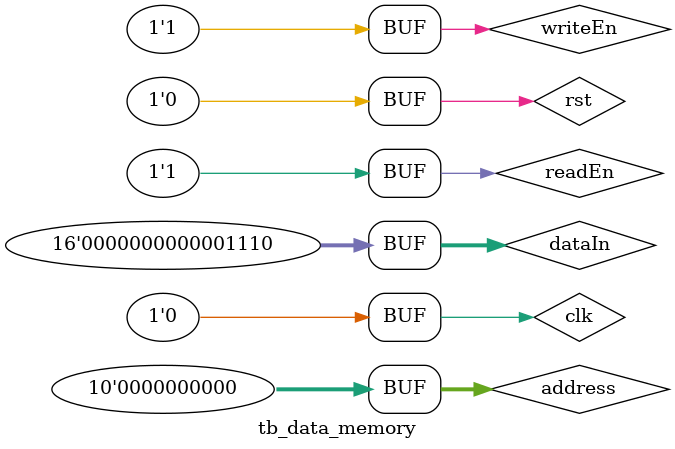
<source format=sv>
module tb_data_memory();

	parameter MEMORY_SIZE = 1024;
	parameter MEMORY_ADDR_SIZE = 10;
	parameter MEMORY_DATA_SIZE = 16;

	logic clk, rst, writeEn, readEn;
	logic [MEMORY_ADDR_SIZE-1:0] address;
	logic [MEMORY_DATA_SIZE-1:0] dataIn, dataOut;

	dataMem dut(clk, rst, writeEn, readEn, address, dataIn, dataOut);

	initial 
		begin  
			readEn <= 1;
			rst <= 1;
		end
	always 
		begin 
			clk <= 1; 
			# 5; 
			clk <= 0; 
			# 5;
		end
	always 
		begin  
			# 10; 
			rst <= 0;
			address  <= 10'b0;
			writeEn <= 1;
			dataIn <= 16'b1110;
		end

endmodule 
</source>
